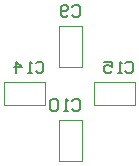
<source format=gbo>
%FSLAX44Y44*%
%MOMM*%
G71*
G01*
G75*
G04 Layer_Color=32896*
%ADD10R,0.4064X2.1082*%
%ADD11R,4.1000X2.1082*%
%ADD12R,1.2000X1.4000*%
%ADD13R,1.4500X0.5500*%
%ADD14R,1.3000X1.5000*%
%ADD15R,1.4000X1.2000*%
%ADD16O,0.2500X1.5500*%
%ADD17O,1.5500X0.2500*%
%ADD18R,0.4064X1.3208*%
%ADD19R,1.8000X1.6000*%
%ADD20R,2.0000X1.1000*%
%ADD21R,2.0000X2.0000*%
%ADD22R,1.1000X2.0000*%
%ADD23R,2.1000X3.2000*%
%ADD24R,2.1000X0.9000*%
%ADD25R,1.0000X0.6000*%
%ADD26O,1.7000X0.6000*%
%ADD27C,0.2000*%
%ADD28C,0.5000*%
%ADD29C,0.4000*%
%ADD30C,1.0000*%
%ADD31C,2.5000*%
%ADD32C,2.0000*%
%ADD33R,1.5748X1.5748*%
%ADD34C,1.5748*%
%ADD35C,2.8448*%
%ADD36O,1.5000X2.2000*%
%ADD37O,2.2000X1.5000*%
%ADD38O,0.8500X2.0000*%
%ADD39O,1.0500X1.2500*%
%ADD40R,1.6900X1.6900*%
%ADD41C,1.6900*%
%ADD42C,4.7600*%
%ADD43O,0.8000X1.4220*%
%ADD44C,1.5000*%
%ADD45O,2.0000X4.5000*%
%ADD46O,4.5000X2.0000*%
%ADD47C,4.8000*%
%ADD48C,0.4000*%
%ADD49C,0.5500*%
%ADD50C,0.2540*%
%ADD51C,0.6000*%
%ADD52C,0.2500*%
%ADD53C,0.2032*%
%ADD54C,0.1000*%
%ADD55C,0.0254*%
%ADD56C,0.1500*%
%ADD57C,0.1270*%
%ADD58R,9.1186X0.3810*%
%ADD59R,0.6350X0.6350*%
%ADD60R,0.6064X2.3082*%
%ADD61R,4.3000X2.3082*%
%ADD62R,1.4000X1.6000*%
%ADD63R,1.6500X0.7500*%
%ADD64R,1.5000X1.7000*%
%ADD65R,1.6000X1.4000*%
%ADD66O,0.4500X1.7500*%
%ADD67O,1.7500X0.4500*%
%ADD68R,0.6064X1.5208*%
%ADD69R,2.0000X1.8000*%
%ADD70R,2.2000X1.3000*%
%ADD71R,2.2000X2.2000*%
%ADD72R,1.3000X2.2000*%
%ADD73R,2.3000X3.4000*%
%ADD74R,2.3000X1.1000*%
%ADD75R,1.2000X0.8000*%
%ADD76O,1.9000X0.8000*%
%ADD77C,2.7000*%
%ADD78C,2.2000*%
%ADD79R,1.7748X1.7748*%
%ADD80C,1.7748*%
%ADD81C,3.0448*%
%ADD82C,0.2000*%
%ADD83O,1.7000X2.4000*%
%ADD84O,2.4000X1.7000*%
%ADD85O,1.0500X2.2000*%
%ADD86O,1.2500X1.4500*%
%ADD87R,1.8900X1.8900*%
%ADD88C,1.8900*%
%ADD89C,4.9600*%
%ADD90O,1.0000X1.6220*%
%ADD91C,1.7000*%
%ADD92O,2.2000X4.7000*%
%ADD93O,4.7000X2.2000*%
%ADD94C,5.0000*%
%ADD95C,0.6000*%
%ADD96C,0.7500*%
D27*
X4035460Y2111405D02*
X4037126Y2113071D01*
X4040458D01*
X4042124Y2111405D01*
Y2104740D01*
X4040458Y2103074D01*
X4037126D01*
X4035460Y2104740D01*
X4032127D02*
X4030461Y2103074D01*
X4027129D01*
X4025463Y2104740D01*
Y2111405D01*
X4027129Y2113071D01*
X4030461D01*
X4032127Y2111405D01*
Y2109738D01*
X4030461Y2108072D01*
X4025463D01*
X4035237Y2031425D02*
X4036904Y2033091D01*
X4040236D01*
X4041902Y2031425D01*
Y2024760D01*
X4040236Y2023094D01*
X4036904D01*
X4035237Y2024760D01*
X4031905Y2023094D02*
X4028573D01*
X4030239D01*
Y2033091D01*
X4031905Y2031425D01*
X4023575D02*
X4021908Y2033091D01*
X4018576D01*
X4016910Y2031425D01*
Y2024760D01*
X4018576Y2023094D01*
X4021908D01*
X4023575Y2024760D01*
Y2031425D01*
X4004282Y2063429D02*
X4005948Y2065095D01*
X4009280D01*
X4010946Y2063429D01*
Y2056764D01*
X4009280Y2055098D01*
X4005948D01*
X4004282Y2056764D01*
X4000949Y2055098D02*
X3997617D01*
X3999283D01*
Y2065095D01*
X4000949Y2063429D01*
X3987620Y2055098D02*
Y2065095D01*
X3992619Y2060096D01*
X3985954D01*
X4080433Y2063429D02*
X4082100Y2065095D01*
X4085432D01*
X4087098Y2063429D01*
Y2056764D01*
X4085432Y2055098D01*
X4082100D01*
X4080433Y2056764D01*
X4077101Y2055098D02*
X4073769D01*
X4075435D01*
Y2065095D01*
X4077101Y2063429D01*
X4062106Y2065095D02*
X4068771D01*
Y2060096D01*
X4065439Y2061763D01*
X4063772D01*
X4062106Y2060096D01*
Y2056764D01*
X4063772Y2055098D01*
X4067104D01*
X4068771Y2056764D01*
D54*
X4043500Y2060500D02*
Y2095500D01*
X4024500Y2060500D02*
X4043500D01*
X4024500D02*
Y2095500D01*
X4043500D01*
X4024500Y1980500D02*
Y2015500D01*
X4043500D01*
Y1980500D02*
Y2015500D01*
X4024500Y1980500D02*
X4043500D01*
X3977500Y2047500D02*
X4012500D01*
Y2028500D02*
Y2047500D01*
X3977500Y2028500D02*
X4012500D01*
X3977500D02*
Y2047500D01*
X4053500Y2028500D02*
X4088500D01*
X4053500D02*
Y2047500D01*
X4088500D01*
Y2028500D02*
Y2047500D01*
M02*

</source>
